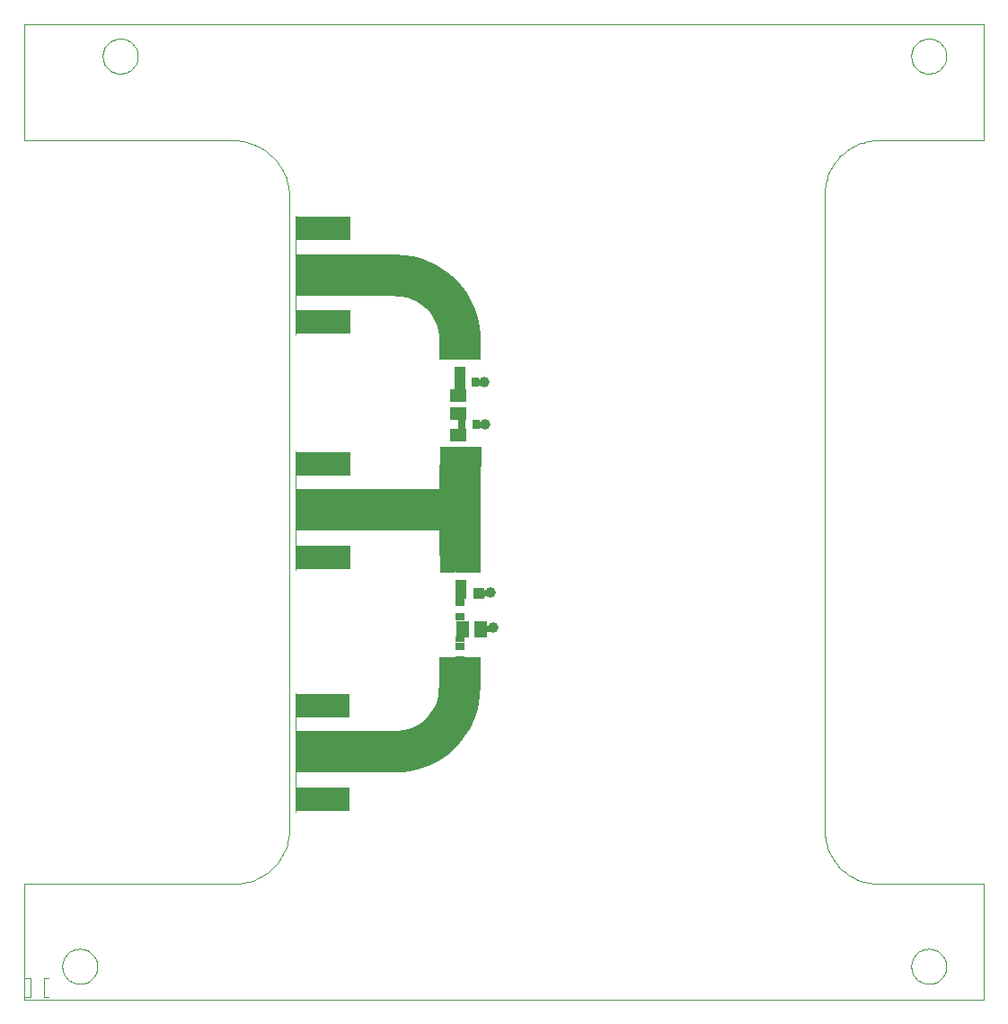
<source format=gtl>
G75*
G70*
%OFA0B0*%
%FSLAX24Y24*%
%IPPOS*%
%LPD*%
%AMOC8*
5,1,8,0,0,1.08239X$1,22.5*
%
%ADD10C,0.0000*%
%ADD11R,0.0580X0.0750*%
%ADD12R,0.0940X0.0810*%
%ADD13R,0.1520X0.0730*%
%ADD14R,0.1520X0.0790*%
%ADD15R,0.1520X0.0780*%
%ADD16R,0.0980X0.1524*%
%ADD17R,0.0400X0.1140*%
%ADD18R,0.0290X0.0840*%
%ADD19R,0.0355X0.0240*%
%ADD20R,0.0352X0.0033*%
%ADD21R,0.2000X0.0900*%
%ADD22R,0.0394X0.0433*%
%ADD23R,0.0591X0.0512*%
%ADD24R,0.0433X0.0394*%
%ADD25R,0.0512X0.0591*%
%ADD26R,0.0354X0.0276*%
%ADD27R,0.0276X0.0354*%
%ADD28C,0.0240*%
%ADD29C,0.0396*%
%ADD30C,0.1523*%
%ADD31C,0.1524*%
D10*
X000100Y000100D02*
X000100Y000209D01*
X000350Y000209D01*
X000350Y000909D01*
X000100Y000909D01*
X000100Y004396D01*
X007907Y004396D01*
X008004Y004398D01*
X008101Y004405D01*
X008197Y004417D01*
X008292Y004433D01*
X008387Y004453D01*
X008481Y004478D01*
X008573Y004508D01*
X008664Y004542D01*
X008753Y004580D01*
X008840Y004622D01*
X008925Y004669D01*
X009008Y004719D01*
X009088Y004774D01*
X009166Y004832D01*
X009240Y004893D01*
X009312Y004958D01*
X009381Y005027D01*
X009446Y005099D01*
X009507Y005173D01*
X009565Y005251D01*
X009620Y005331D01*
X009670Y005414D01*
X009717Y005499D01*
X009759Y005586D01*
X009797Y005675D01*
X009831Y005766D01*
X009861Y005858D01*
X009886Y005952D01*
X009906Y006047D01*
X009922Y006142D01*
X009934Y006238D01*
X009941Y006335D01*
X009943Y006432D01*
X009943Y029861D01*
X010185Y029153D02*
X010185Y024753D01*
X010189Y020438D02*
X010189Y016038D01*
X010168Y011454D02*
X010168Y007054D01*
X001520Y001331D02*
X001522Y001381D01*
X001528Y001431D01*
X001538Y001481D01*
X001551Y001529D01*
X001568Y001577D01*
X001589Y001623D01*
X001613Y001667D01*
X001641Y001709D01*
X001672Y001749D01*
X001706Y001786D01*
X001743Y001821D01*
X001782Y001852D01*
X001823Y001881D01*
X001867Y001906D01*
X001913Y001928D01*
X001960Y001946D01*
X002008Y001960D01*
X002057Y001971D01*
X002107Y001978D01*
X002157Y001981D01*
X002208Y001980D01*
X002258Y001975D01*
X002308Y001966D01*
X002356Y001954D01*
X002404Y001937D01*
X002450Y001917D01*
X002495Y001894D01*
X002538Y001867D01*
X002578Y001837D01*
X002616Y001804D01*
X002651Y001768D01*
X002684Y001729D01*
X002713Y001688D01*
X002739Y001645D01*
X002762Y001600D01*
X002781Y001553D01*
X002796Y001505D01*
X002808Y001456D01*
X002816Y001406D01*
X002820Y001356D01*
X002820Y001306D01*
X002816Y001256D01*
X002808Y001206D01*
X002796Y001157D01*
X002781Y001109D01*
X002762Y001062D01*
X002739Y001017D01*
X002713Y000974D01*
X002684Y000933D01*
X002651Y000894D01*
X002616Y000858D01*
X002578Y000825D01*
X002538Y000795D01*
X002495Y000768D01*
X002450Y000745D01*
X002404Y000725D01*
X002356Y000708D01*
X002308Y000696D01*
X002258Y000687D01*
X002208Y000682D01*
X002157Y000681D01*
X002107Y000684D01*
X002057Y000691D01*
X002008Y000702D01*
X001960Y000716D01*
X001913Y000734D01*
X001867Y000756D01*
X001823Y000781D01*
X001782Y000810D01*
X001743Y000841D01*
X001706Y000876D01*
X001672Y000913D01*
X001641Y000953D01*
X001613Y000995D01*
X001589Y001039D01*
X001568Y001085D01*
X001551Y001133D01*
X001538Y001181D01*
X001528Y001231D01*
X001522Y001281D01*
X001520Y001331D01*
X001005Y000909D02*
X000855Y000909D01*
X000855Y000209D01*
X001005Y000209D01*
X000100Y000209D02*
X000100Y000909D01*
X000100Y000100D02*
X035720Y000100D01*
X035720Y004396D01*
X031783Y004396D01*
X031689Y004398D01*
X031596Y004405D01*
X031503Y004416D01*
X031410Y004432D01*
X031319Y004452D01*
X031228Y004476D01*
X031139Y004504D01*
X031051Y004537D01*
X030965Y004574D01*
X030881Y004615D01*
X030798Y004660D01*
X030718Y004709D01*
X030641Y004761D01*
X030566Y004817D01*
X030494Y004877D01*
X030424Y004940D01*
X030358Y005006D01*
X030295Y005076D01*
X030235Y005148D01*
X030179Y005223D01*
X030127Y005300D01*
X030078Y005381D01*
X030033Y005463D01*
X029992Y005547D01*
X029955Y005633D01*
X029922Y005721D01*
X029894Y005810D01*
X029870Y005901D01*
X029850Y005992D01*
X029834Y006085D01*
X029823Y006178D01*
X029816Y006271D01*
X029814Y006365D01*
X029815Y006365D02*
X029815Y029987D01*
X029814Y029987D02*
X029816Y030081D01*
X029823Y030174D01*
X029834Y030267D01*
X029850Y030360D01*
X029870Y030451D01*
X029894Y030542D01*
X029922Y030631D01*
X029955Y030719D01*
X029992Y030805D01*
X030033Y030889D01*
X030078Y030972D01*
X030127Y031052D01*
X030179Y031129D01*
X030235Y031204D01*
X030295Y031276D01*
X030358Y031346D01*
X030424Y031412D01*
X030494Y031475D01*
X030566Y031535D01*
X030641Y031591D01*
X030718Y031643D01*
X030798Y031692D01*
X030881Y031737D01*
X030965Y031778D01*
X031051Y031815D01*
X031139Y031848D01*
X031228Y031876D01*
X031319Y031900D01*
X031410Y031920D01*
X031503Y031936D01*
X031596Y031947D01*
X031689Y031954D01*
X031783Y031956D01*
X031783Y031955D02*
X035720Y031955D01*
X035720Y036252D01*
X000100Y036252D01*
X000100Y031955D01*
X007848Y031955D01*
X007848Y031956D02*
X007948Y031954D01*
X008047Y031947D01*
X008146Y031935D01*
X008244Y031918D01*
X008342Y031897D01*
X008438Y031871D01*
X008533Y031841D01*
X008627Y031806D01*
X008718Y031767D01*
X008808Y031723D01*
X008895Y031675D01*
X008981Y031623D01*
X009063Y031568D01*
X009143Y031508D01*
X009220Y031444D01*
X009294Y031377D01*
X009364Y031307D01*
X009431Y031233D01*
X009495Y031156D01*
X009555Y031076D01*
X009610Y030994D01*
X009662Y030908D01*
X009710Y030821D01*
X009754Y030731D01*
X009793Y030640D01*
X009828Y030546D01*
X009858Y030451D01*
X009884Y030355D01*
X009905Y030257D01*
X009922Y030159D01*
X009934Y030060D01*
X009941Y029961D01*
X009943Y029861D01*
X003020Y035081D02*
X003022Y035131D01*
X003028Y035181D01*
X003038Y035231D01*
X003051Y035279D01*
X003068Y035327D01*
X003089Y035373D01*
X003113Y035417D01*
X003141Y035459D01*
X003172Y035499D01*
X003206Y035536D01*
X003243Y035571D01*
X003282Y035602D01*
X003323Y035631D01*
X003367Y035656D01*
X003413Y035678D01*
X003460Y035696D01*
X003508Y035710D01*
X003557Y035721D01*
X003607Y035728D01*
X003657Y035731D01*
X003708Y035730D01*
X003758Y035725D01*
X003808Y035716D01*
X003856Y035704D01*
X003904Y035687D01*
X003950Y035667D01*
X003995Y035644D01*
X004038Y035617D01*
X004078Y035587D01*
X004116Y035554D01*
X004151Y035518D01*
X004184Y035479D01*
X004213Y035438D01*
X004239Y035395D01*
X004262Y035350D01*
X004281Y035303D01*
X004296Y035255D01*
X004308Y035206D01*
X004316Y035156D01*
X004320Y035106D01*
X004320Y035056D01*
X004316Y035006D01*
X004308Y034956D01*
X004296Y034907D01*
X004281Y034859D01*
X004262Y034812D01*
X004239Y034767D01*
X004213Y034724D01*
X004184Y034683D01*
X004151Y034644D01*
X004116Y034608D01*
X004078Y034575D01*
X004038Y034545D01*
X003995Y034518D01*
X003950Y034495D01*
X003904Y034475D01*
X003856Y034458D01*
X003808Y034446D01*
X003758Y034437D01*
X003708Y034432D01*
X003657Y034431D01*
X003607Y034434D01*
X003557Y034441D01*
X003508Y034452D01*
X003460Y034466D01*
X003413Y034484D01*
X003367Y034506D01*
X003323Y034531D01*
X003282Y034560D01*
X003243Y034591D01*
X003206Y034626D01*
X003172Y034663D01*
X003141Y034703D01*
X003113Y034745D01*
X003089Y034789D01*
X003068Y034835D01*
X003051Y034883D01*
X003038Y034931D01*
X003028Y034981D01*
X003022Y035031D01*
X003020Y035081D01*
X033020Y035081D02*
X033022Y035131D01*
X033028Y035181D01*
X033038Y035231D01*
X033051Y035279D01*
X033068Y035327D01*
X033089Y035373D01*
X033113Y035417D01*
X033141Y035459D01*
X033172Y035499D01*
X033206Y035536D01*
X033243Y035571D01*
X033282Y035602D01*
X033323Y035631D01*
X033367Y035656D01*
X033413Y035678D01*
X033460Y035696D01*
X033508Y035710D01*
X033557Y035721D01*
X033607Y035728D01*
X033657Y035731D01*
X033708Y035730D01*
X033758Y035725D01*
X033808Y035716D01*
X033856Y035704D01*
X033904Y035687D01*
X033950Y035667D01*
X033995Y035644D01*
X034038Y035617D01*
X034078Y035587D01*
X034116Y035554D01*
X034151Y035518D01*
X034184Y035479D01*
X034213Y035438D01*
X034239Y035395D01*
X034262Y035350D01*
X034281Y035303D01*
X034296Y035255D01*
X034308Y035206D01*
X034316Y035156D01*
X034320Y035106D01*
X034320Y035056D01*
X034316Y035006D01*
X034308Y034956D01*
X034296Y034907D01*
X034281Y034859D01*
X034262Y034812D01*
X034239Y034767D01*
X034213Y034724D01*
X034184Y034683D01*
X034151Y034644D01*
X034116Y034608D01*
X034078Y034575D01*
X034038Y034545D01*
X033995Y034518D01*
X033950Y034495D01*
X033904Y034475D01*
X033856Y034458D01*
X033808Y034446D01*
X033758Y034437D01*
X033708Y034432D01*
X033657Y034431D01*
X033607Y034434D01*
X033557Y034441D01*
X033508Y034452D01*
X033460Y034466D01*
X033413Y034484D01*
X033367Y034506D01*
X033323Y034531D01*
X033282Y034560D01*
X033243Y034591D01*
X033206Y034626D01*
X033172Y034663D01*
X033141Y034703D01*
X033113Y034745D01*
X033089Y034789D01*
X033068Y034835D01*
X033051Y034883D01*
X033038Y034931D01*
X033028Y034981D01*
X033022Y035031D01*
X033020Y035081D01*
X033020Y001331D02*
X033022Y001381D01*
X033028Y001431D01*
X033038Y001481D01*
X033051Y001529D01*
X033068Y001577D01*
X033089Y001623D01*
X033113Y001667D01*
X033141Y001709D01*
X033172Y001749D01*
X033206Y001786D01*
X033243Y001821D01*
X033282Y001852D01*
X033323Y001881D01*
X033367Y001906D01*
X033413Y001928D01*
X033460Y001946D01*
X033508Y001960D01*
X033557Y001971D01*
X033607Y001978D01*
X033657Y001981D01*
X033708Y001980D01*
X033758Y001975D01*
X033808Y001966D01*
X033856Y001954D01*
X033904Y001937D01*
X033950Y001917D01*
X033995Y001894D01*
X034038Y001867D01*
X034078Y001837D01*
X034116Y001804D01*
X034151Y001768D01*
X034184Y001729D01*
X034213Y001688D01*
X034239Y001645D01*
X034262Y001600D01*
X034281Y001553D01*
X034296Y001505D01*
X034308Y001456D01*
X034316Y001406D01*
X034320Y001356D01*
X034320Y001306D01*
X034316Y001256D01*
X034308Y001206D01*
X034296Y001157D01*
X034281Y001109D01*
X034262Y001062D01*
X034239Y001017D01*
X034213Y000974D01*
X034184Y000933D01*
X034151Y000894D01*
X034116Y000858D01*
X034078Y000825D01*
X034038Y000795D01*
X033995Y000768D01*
X033950Y000745D01*
X033904Y000725D01*
X033856Y000708D01*
X033808Y000696D01*
X033758Y000687D01*
X033708Y000682D01*
X033657Y000681D01*
X033607Y000684D01*
X033557Y000691D01*
X033508Y000702D01*
X033460Y000716D01*
X033413Y000734D01*
X033367Y000756D01*
X033323Y000781D01*
X033282Y000810D01*
X033243Y000841D01*
X033206Y000876D01*
X033172Y000913D01*
X033141Y000953D01*
X033113Y000995D01*
X033089Y001039D01*
X033068Y001085D01*
X033051Y001133D01*
X033038Y001181D01*
X033028Y001231D01*
X033022Y001281D01*
X033020Y001331D01*
D11*
X015823Y016290D03*
D12*
X016583Y016320D03*
D13*
X016293Y020240D03*
D14*
X016283Y024220D03*
D15*
X016263Y012435D03*
D16*
X010662Y009296D03*
X010692Y018265D03*
X010672Y026948D03*
D17*
X016263Y022995D03*
D18*
X016358Y021675D03*
D19*
X016285Y013446D03*
D20*
X016286Y014158D03*
D21*
X011199Y016498D03*
X011199Y018238D03*
X011199Y019978D03*
X011195Y025213D03*
X011195Y026953D03*
X011195Y028693D03*
X011178Y010994D03*
X011178Y009254D03*
X011178Y007514D03*
D22*
X016300Y015460D03*
X016300Y016130D03*
X016260Y023373D03*
X016260Y024042D03*
D23*
X016209Y022510D03*
X016209Y021841D03*
X016207Y021018D03*
X016207Y020348D03*
D24*
X016318Y015153D03*
X016987Y015153D03*
D25*
X017035Y013843D03*
X016366Y013843D03*
D26*
X016286Y014312D03*
X016286Y014824D03*
X016285Y013196D03*
X016285Y012685D03*
D27*
X016355Y021426D03*
X016867Y021426D03*
X016830Y023002D03*
X016318Y023002D03*
D28*
X016818Y023005D02*
X017183Y023005D01*
X016838Y023013D02*
X016818Y023005D01*
X016871Y021439D02*
X016861Y021435D01*
X017213Y021435D01*
X017410Y015180D02*
X016973Y015177D01*
X016994Y015177D01*
X016982Y013878D02*
X017526Y013878D01*
D29*
X017519Y013880D03*
X017410Y015180D03*
X017213Y021435D03*
X017183Y023005D03*
D30*
X013910Y026948D02*
X011183Y026948D01*
D31*
X013910Y026947D02*
X014022Y026944D01*
X014135Y026936D01*
X014246Y026923D01*
X014357Y026904D01*
X014467Y026880D01*
X014575Y026851D01*
X014683Y026817D01*
X014788Y026778D01*
X014891Y026734D01*
X014992Y026684D01*
X015091Y026631D01*
X015187Y026572D01*
X015280Y026509D01*
X015370Y026442D01*
X015457Y026370D01*
X015540Y026294D01*
X015619Y026215D01*
X015695Y026132D01*
X015767Y026045D01*
X015834Y025955D01*
X015897Y025862D01*
X015956Y025766D01*
X016009Y025667D01*
X016059Y025566D01*
X016103Y025463D01*
X016142Y025358D01*
X016176Y025250D01*
X016205Y025142D01*
X016229Y025032D01*
X016248Y024921D01*
X016261Y024810D01*
X016269Y024697D01*
X016272Y024585D01*
X016272Y024622D01*
X016292Y019841D02*
X016292Y018267D01*
X016292Y016692D01*
X016292Y018267D02*
X011203Y018267D01*
X016262Y012051D02*
X016262Y011658D01*
X016259Y011546D01*
X016251Y011433D01*
X016238Y011322D01*
X016219Y011211D01*
X016195Y011101D01*
X016166Y010993D01*
X016132Y010885D01*
X016093Y010780D01*
X016049Y010677D01*
X015999Y010576D01*
X015946Y010477D01*
X015887Y010381D01*
X015824Y010288D01*
X015757Y010198D01*
X015685Y010111D01*
X015609Y010028D01*
X015530Y009949D01*
X015447Y009873D01*
X015360Y009801D01*
X015270Y009734D01*
X015177Y009671D01*
X015081Y009612D01*
X014982Y009559D01*
X014881Y009509D01*
X014778Y009465D01*
X014673Y009426D01*
X014565Y009392D01*
X014457Y009363D01*
X014347Y009339D01*
X014236Y009320D01*
X014125Y009307D01*
X014012Y009299D01*
X013900Y009296D01*
X011173Y009296D01*
M02*

</source>
